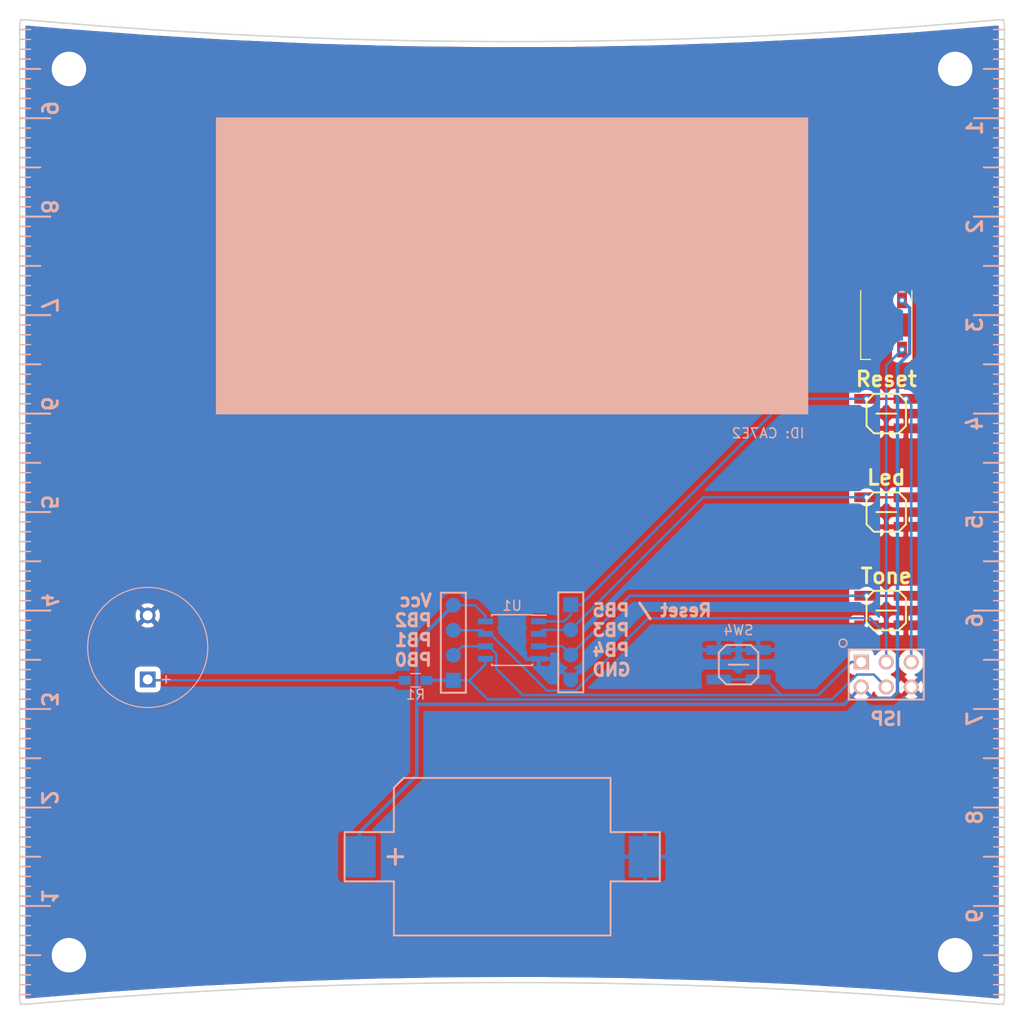
<source format=kicad_pcb>
(kicad_pcb (version 20171130) (host pcbnew 5.0.0)
  (layers (0 F.Cu signal) (31 B.Cu signal) (34 B.Paste user) (35 F.Paste user) (36 B.SilkS user) (37 F.SilkS user) (38 B.Mask user) (39 F.Mask user) (44 Edge.Cuts user))
  (net 0 "")
  (net 1 +BATT)
  (net 2 GND)
  (net 3 "Net-(BZ1-Pad1)")
  (net 4 "Net-(D1-Pad2)")
  (net 5 "Net-(D1-Pad4)")
  (net 6 "Net-(J1-Pad1)")
  (net 7 "Net-(J1-Pad4)")
  (net 8 "Net-(J1-Pad5)")
  (net 9 "Net-(J2-Pad2)")
  (net 10 "Net-(J2-Pad3)")
  (module logos:ruler_1cm (layer B.Cu) (at 190 90 180)
    (fp_text reference REF** hide)
    (fp_text value ruler_1cm hide)
    (fp_line (start 0.1 10) (end 3.1 10) (layer B.SilkS) (width 0.2))
    (fp_line (start 0.1 9) (end 1.1 9) (layer B.SilkS) (width 0.15))
    (fp_line (start 0.1 8) (end 1.1 8) (layer B.SilkS) (width 0.15))
    (fp_line (start 0.1 7) (end 1.1 7) (layer B.SilkS) (width 0.15))
    (fp_line (start 0.1 6) (end 1.1 6) (layer B.SilkS) (width 0.15))
    (fp_line (start 0.1 5) (end 2.1 5) (layer B.SilkS) (width 0.2))
    (fp_line (start 0.1 4) (end 1.1 4) (layer B.SilkS) (width 0.15))
    (fp_line (start 0.1 3) (end 1.1 3) (layer B.SilkS) (width 0.15))
    (fp_line (start 0.1 2) (end 1.1 2) (layer B.SilkS) (width 0.15))
    (fp_line (start 0.1 1) (end 1.1 1) (layer B.SilkS) (width 0.15))
    (fp_line (start 0.1 0) (end 3.1 0) (layer B.SilkS) (width 0.2))
  )
  (module logos:ruler_1cm (layer B.Cu) (at 190 70 180)
    (fp_text reference REF** hide)
    (fp_text value ruler_1cm hide)
    (fp_line (start 0.1 0) (end 3.1 0) (layer B.SilkS) (width 0.2))
    (fp_line (start 0.1 1) (end 1.1 1) (layer B.SilkS) (width 0.15))
    (fp_line (start 0.1 2) (end 1.1 2) (layer B.SilkS) (width 0.15))
    (fp_line (start 0.1 3) (end 1.1 3) (layer B.SilkS) (width 0.15))
    (fp_line (start 0.1 4) (end 1.1 4) (layer B.SilkS) (width 0.15))
    (fp_line (start 0.1 5) (end 2.1 5) (layer B.SilkS) (width 0.2))
    (fp_line (start 0.1 6) (end 1.1 6) (layer B.SilkS) (width 0.15))
    (fp_line (start 0.1 7) (end 1.1 7) (layer B.SilkS) (width 0.15))
    (fp_line (start 0.1 8) (end 1.1 8) (layer B.SilkS) (width 0.15))
    (fp_line (start 0.1 9) (end 1.1 9) (layer B.SilkS) (width 0.15))
    (fp_line (start 0.1 10) (end 3.1 10) (layer B.SilkS) (width 0.2))
  )
  (module logos:ruler_1cm (layer B.Cu) (at 190 80 180)
    (fp_text reference REF** hide)
    (fp_text value ruler_1cm hide)
    (fp_line (start 0.1 10) (end 3.1 10) (layer B.SilkS) (width 0.2))
    (fp_line (start 0.1 9) (end 1.1 9) (layer B.SilkS) (width 0.15))
    (fp_line (start 0.1 8) (end 1.1 8) (layer B.SilkS) (width 0.15))
    (fp_line (start 0.1 7) (end 1.1 7) (layer B.SilkS) (width 0.15))
    (fp_line (start 0.1 6) (end 1.1 6) (layer B.SilkS) (width 0.15))
    (fp_line (start 0.1 5) (end 2.1 5) (layer B.SilkS) (width 0.2))
    (fp_line (start 0.1 4) (end 1.1 4) (layer B.SilkS) (width 0.15))
    (fp_line (start 0.1 3) (end 1.1 3) (layer B.SilkS) (width 0.15))
    (fp_line (start 0.1 2) (end 1.1 2) (layer B.SilkS) (width 0.15))
    (fp_line (start 0.1 1) (end 1.1 1) (layer B.SilkS) (width 0.15))
    (fp_line (start 0.1 0) (end 3.1 0) (layer B.SilkS) (width 0.2))
  )
  (module logos:ruler_1cm (layer B.Cu) (at 190 100 180)
    (fp_text reference REF** hide)
    (fp_text value ruler_1cm hide)
    (fp_line (start 0.1 0) (end 3.1 0) (layer B.SilkS) (width 0.2))
    (fp_line (start 0.1 1) (end 1.1 1) (layer B.SilkS) (width 0.15))
    (fp_line (start 0.1 2) (end 1.1 2) (layer B.SilkS) (width 0.15))
    (fp_line (start 0.1 3) (end 1.1 3) (layer B.SilkS) (width 0.15))
    (fp_line (start 0.1 4) (end 1.1 4) (layer B.SilkS) (width 0.15))
    (fp_line (start 0.1 5) (end 2.1 5) (layer B.SilkS) (width 0.2))
    (fp_line (start 0.1 6) (end 1.1 6) (layer B.SilkS) (width 0.15))
    (fp_line (start 0.1 7) (end 1.1 7) (layer B.SilkS) (width 0.15))
    (fp_line (start 0.1 8) (end 1.1 8) (layer B.SilkS) (width 0.15))
    (fp_line (start 0.1 9) (end 1.1 9) (layer B.SilkS) (width 0.15))
    (fp_line (start 0.1 10) (end 3.1 10) (layer B.SilkS) (width 0.2))
  )
  (module logos:ruler_1cm (layer B.Cu) (at 190 140 180)
    (fp_text reference REF** hide)
    (fp_text value ruler_1cm hide)
    (fp_line (start 0.1 10) (end 3.1 10) (layer B.SilkS) (width 0.2))
    (fp_line (start 0.1 9) (end 1.1 9) (layer B.SilkS) (width 0.15))
    (fp_line (start 0.1 8) (end 1.1 8) (layer B.SilkS) (width 0.15))
    (fp_line (start 0.1 7) (end 1.1 7) (layer B.SilkS) (width 0.15))
    (fp_line (start 0.1 6) (end 1.1 6) (layer B.SilkS) (width 0.15))
    (fp_line (start 0.1 5) (end 2.1 5) (layer B.SilkS) (width 0.2))
    (fp_line (start 0.1 4) (end 1.1 4) (layer B.SilkS) (width 0.15))
    (fp_line (start 0.1 3) (end 1.1 3) (layer B.SilkS) (width 0.15))
    (fp_line (start 0.1 2) (end 1.1 2) (layer B.SilkS) (width 0.15))
    (fp_line (start 0.1 1) (end 1.1 1) (layer B.SilkS) (width 0.15))
    (fp_line (start 0.1 0) (end 3.1 0) (layer B.SilkS) (width 0.2))
  )
  (module logos:ruler_1cm (layer B.Cu) (at 190 110 180)
    (fp_text reference REF** hide)
    (fp_text value ruler_1cm hide)
    (fp_line (start 0.1 10) (end 3.1 10) (layer B.SilkS) (width 0.2))
    (fp_line (start 0.1 9) (end 1.1 9) (layer B.SilkS) (width 0.15))
    (fp_line (start 0.1 8) (end 1.1 8) (layer B.SilkS) (width 0.15))
    (fp_line (start 0.1 7) (end 1.1 7) (layer B.SilkS) (width 0.15))
    (fp_line (start 0.1 6) (end 1.1 6) (layer B.SilkS) (width 0.15))
    (fp_line (start 0.1 5) (end 2.1 5) (layer B.SilkS) (width 0.2))
    (fp_line (start 0.1 4) (end 1.1 4) (layer B.SilkS) (width 0.15))
    (fp_line (start 0.1 3) (end 1.1 3) (layer B.SilkS) (width 0.15))
    (fp_line (start 0.1 2) (end 1.1 2) (layer B.SilkS) (width 0.15))
    (fp_line (start 0.1 1) (end 1.1 1) (layer B.SilkS) (width 0.15))
    (fp_line (start 0.1 0) (end 3.1 0) (layer B.SilkS) (width 0.2))
  )
  (module logos:ruler_1cm (layer B.Cu) (at 190 130 180)
    (fp_text reference REF** hide)
    (fp_text value ruler_1cm hide)
    (fp_line (start 0.1 0) (end 3.1 0) (layer B.SilkS) (width 0.2))
    (fp_line (start 0.1 1) (end 1.1 1) (layer B.SilkS) (width 0.15))
    (fp_line (start 0.1 2) (end 1.1 2) (layer B.SilkS) (width 0.15))
    (fp_line (start 0.1 3) (end 1.1 3) (layer B.SilkS) (width 0.15))
    (fp_line (start 0.1 4) (end 1.1 4) (layer B.SilkS) (width 0.15))
    (fp_line (start 0.1 5) (end 2.1 5) (layer B.SilkS) (width 0.2))
    (fp_line (start 0.1 6) (end 1.1 6) (layer B.SilkS) (width 0.15))
    (fp_line (start 0.1 7) (end 1.1 7) (layer B.SilkS) (width 0.15))
    (fp_line (start 0.1 8) (end 1.1 8) (layer B.SilkS) (width 0.15))
    (fp_line (start 0.1 9) (end 1.1 9) (layer B.SilkS) (width 0.15))
    (fp_line (start 0.1 10) (end 3.1 10) (layer B.SilkS) (width 0.2))
  )
  (module logos:ruler_1cm (layer B.Cu) (at 190 120 180)
    (fp_text reference REF** hide)
    (fp_text value ruler_1cm hide)
    (fp_line (start 0.1 0) (end 3.1 0) (layer B.SilkS) (width 0.2))
    (fp_line (start 0.1 1) (end 1.1 1) (layer B.SilkS) (width 0.15))
    (fp_line (start 0.1 2) (end 1.1 2) (layer B.SilkS) (width 0.15))
    (fp_line (start 0.1 3) (end 1.1 3) (layer B.SilkS) (width 0.15))
    (fp_line (start 0.1 4) (end 1.1 4) (layer B.SilkS) (width 0.15))
    (fp_line (start 0.1 5) (end 2.1 5) (layer B.SilkS) (width 0.2))
    (fp_line (start 0.1 6) (end 1.1 6) (layer B.SilkS) (width 0.15))
    (fp_line (start 0.1 7) (end 1.1 7) (layer B.SilkS) (width 0.15))
    (fp_line (start 0.1 8) (end 1.1 8) (layer B.SilkS) (width 0.15))
    (fp_line (start 0.1 9) (end 1.1 9) (layer B.SilkS) (width 0.15))
    (fp_line (start 0.1 10) (end 3.1 10) (layer B.SilkS) (width 0.2))
  )
  (module logos:ruler_1cm_B (layer B.Cu) (at 190 150 180)
    (fp_text reference REF** hide)
    (fp_text value ruler_1cm_B hide)
    (fp_line (start 0.1 0) (end 0.1 0) (layer B.SilkS) (width 0.2))
    (fp_line (start 0.1 10) (end 0.1 10) (layer B.SilkS) (width 0.2))
    (fp_line (start 0.1 9) (end 1.1 9) (layer B.SilkS) (width 0.15))
    (fp_line (start 0.1 8) (end 1.1 8) (layer B.SilkS) (width 0.15))
    (fp_line (start 0.1 7) (end 1.1 7) (layer B.SilkS) (width 0.15))
    (fp_line (start 0.1 6) (end 1.1 6) (layer B.SilkS) (width 0.15))
    (fp_line (start 0.1 5) (end 2.1 5) (layer B.SilkS) (width 0.2))
    (fp_line (start 0.1 4) (end 1.1 4) (layer B.SilkS) (width 0.15))
    (fp_line (start 0.1 3) (end 1.1 3) (layer B.SilkS) (width 0.15))
    (fp_line (start 0.1 2) (end 1.1 2) (layer B.SilkS) (width 0.15))
    (fp_line (start 0.1 1) (end 1.1 1) (layer B.SilkS) (width 0.15))
  )
  (module logos:ruler_1cm_B (layer B.Cu) (at 190 60 180)
    (fp_text reference REF** hide)
    (fp_text value ruler_1cm_B hide)
    (fp_line (start 0.1 1) (end 1.1 1) (layer B.SilkS) (width 0.15))
    (fp_line (start 0.1 2) (end 1.1 2) (layer B.SilkS) (width 0.15))
    (fp_line (start 0.1 3) (end 1.1 3) (layer B.SilkS) (width 0.15))
    (fp_line (start 0.1 4) (end 1.1 4) (layer B.SilkS) (width 0.15))
    (fp_line (start 0.1 5) (end 2.1 5) (layer B.SilkS) (width 0.2))
    (fp_line (start 0.1 6) (end 1.1 6) (layer B.SilkS) (width 0.15))
    (fp_line (start 0.1 7) (end 1.1 7) (layer B.SilkS) (width 0.15))
    (fp_line (start 0.1 8) (end 1.1 8) (layer B.SilkS) (width 0.15))
    (fp_line (start 0.1 9) (end 1.1 9) (layer B.SilkS) (width 0.15))
    (fp_line (start 0.1 10) (end 0.1 10) (layer B.SilkS) (width 0.2))
    (fp_line (start 0.1 0) (end 0.1 0) (layer B.SilkS) (width 0.2))
  )
  (module logos:ruler_1cm_B (layer B.Cu) (at 90 50)
    (fp_text reference REF** hide)
    (fp_text value ruler_1cm_B hide)
    (fp_line (start 0.1 1) (end 1.1 1) (layer B.SilkS) (width 0.15))
    (fp_line (start 0.1 2) (end 1.1 2) (layer B.SilkS) (width 0.15))
    (fp_line (start 0.1 3) (end 1.1 3) (layer B.SilkS) (width 0.15))
    (fp_line (start 0.1 4) (end 1.1 4) (layer B.SilkS) (width 0.15))
    (fp_line (start 0.1 5) (end 2.1 5) (layer B.SilkS) (width 0.2))
    (fp_line (start 0.1 6) (end 1.1 6) (layer B.SilkS) (width 0.15))
    (fp_line (start 0.1 7) (end 1.1 7) (layer B.SilkS) (width 0.15))
    (fp_line (start 0.1 8) (end 1.1 8) (layer B.SilkS) (width 0.15))
    (fp_line (start 0.1 9) (end 1.1 9) (layer B.SilkS) (width 0.15))
    (fp_line (start 0.1 10) (end 0.1 10) (layer B.SilkS) (width 0.2))
    (fp_line (start 0.1 0) (end 0.1 0) (layer B.SilkS) (width 0.2))
  )
  (module logos:ruler_1cm (layer B.Cu) (at 90 70)
    (fp_text reference REF** hide)
    (fp_text value ruler_1cm hide)
    (fp_line (start 0.1 10) (end 3.1 10) (layer B.SilkS) (width 0.2))
    (fp_line (start 0.1 9) (end 1.1 9) (layer B.SilkS) (width 0.15))
    (fp_line (start 0.1 8) (end 1.1 8) (layer B.SilkS) (width 0.15))
    (fp_line (start 0.1 7) (end 1.1 7) (layer B.SilkS) (width 0.15))
    (fp_line (start 0.1 6) (end 1.1 6) (layer B.SilkS) (width 0.15))
    (fp_line (start 0.1 5) (end 2.1 5) (layer B.SilkS) (width 0.2))
    (fp_line (start 0.1 4) (end 1.1 4) (layer B.SilkS) (width 0.15))
    (fp_line (start 0.1 3) (end 1.1 3) (layer B.SilkS) (width 0.15))
    (fp_line (start 0.1 2) (end 1.1 2) (layer B.SilkS) (width 0.15))
    (fp_line (start 0.1 1) (end 1.1 1) (layer B.SilkS) (width 0.15))
    (fp_line (start 0.1 0) (end 3.1 0) (layer B.SilkS) (width 0.2))
  )
  (module logos:ruler_1cm (layer B.Cu) (at 90 90)
    (fp_text reference REF** hide)
    (fp_text value ruler_1cm hide)
    (fp_line (start 0.1 0) (end 3.1 0) (layer B.SilkS) (width 0.2))
    (fp_line (start 0.1 1) (end 1.1 1) (layer B.SilkS) (width 0.15))
    (fp_line (start 0.1 2) (end 1.1 2) (layer B.SilkS) (width 0.15))
    (fp_line (start 0.1 3) (end 1.1 3) (layer B.SilkS) (width 0.15))
    (fp_line (start 0.1 4) (end 1.1 4) (layer B.SilkS) (width 0.15))
    (fp_line (start 0.1 5) (end 2.1 5) (layer B.SilkS) (width 0.2))
    (fp_line (start 0.1 6) (end 1.1 6) (layer B.SilkS) (width 0.15))
    (fp_line (start 0.1 7) (end 1.1 7) (layer B.SilkS) (width 0.15))
    (fp_line (start 0.1 8) (end 1.1 8) (layer B.SilkS) (width 0.15))
    (fp_line (start 0.1 9) (end 1.1 9) (layer B.SilkS) (width 0.15))
    (fp_line (start 0.1 10) (end 3.1 10) (layer B.SilkS) (width 0.2))
  )
  (module logos:ruler_1cm (layer B.Cu) (at 90 80)
    (fp_text reference REF** hide)
    (fp_text value ruler_1cm hide)
    (fp_line (start 0.1 10) (end 3.1 10) (layer B.SilkS) (width 0.2))
    (fp_line (start 0.1 9) (end 1.1 9) (layer B.SilkS) (width 0.15))
    (fp_line (start 0.1 8) (end 1.1 8) (layer B.SilkS) (width 0.15))
    (fp_line (start 0.1 7) (end 1.1 7) (layer B.SilkS) (width 0.15))
    (fp_line (start 0.1 6) (end 1.1 6) (layer B.SilkS) (width 0.15))
    (fp_line (start 0.1 5) (end 2.1 5) (layer B.SilkS) (width 0.2))
    (fp_line (start 0.1 4) (end 1.1 4) (layer B.SilkS) (width 0.15))
    (fp_line (start 0.1 3) (end 1.1 3) (layer B.SilkS) (width 0.15))
    (fp_line (start 0.1 2) (end 1.1 2) (layer B.SilkS) (width 0.15))
    (fp_line (start 0.1 1) (end 1.1 1) (layer B.SilkS) (width 0.15))
    (fp_line (start 0.1 0) (end 3.1 0) (layer B.SilkS) (width 0.2))
  )
  (module logos:ruler_1cm (layer B.Cu) (at 90 60)
    (fp_text reference REF** hide)
    (fp_text value ruler_1cm hide)
    (fp_line (start 0.1 0) (end 3.1 0) (layer B.SilkS) (width 0.2))
    (fp_line (start 0.1 1) (end 1.1 1) (layer B.SilkS) (width 0.15))
    (fp_line (start 0.1 2) (end 1.1 2) (layer B.SilkS) (width 0.15))
    (fp_line (start 0.1 3) (end 1.1 3) (layer B.SilkS) (width 0.15))
    (fp_line (start 0.1 4) (end 1.1 4) (layer B.SilkS) (width 0.15))
    (fp_line (start 0.1 5) (end 2.1 5) (layer B.SilkS) (width 0.2))
    (fp_line (start 0.1 6) (end 1.1 6) (layer B.SilkS) (width 0.15))
    (fp_line (start 0.1 7) (end 1.1 7) (layer B.SilkS) (width 0.15))
    (fp_line (start 0.1 8) (end 1.1 8) (layer B.SilkS) (width 0.15))
    (fp_line (start 0.1 9) (end 1.1 9) (layer B.SilkS) (width 0.15))
    (fp_line (start 0.1 10) (end 3.1 10) (layer B.SilkS) (width 0.2))
  )
  (module logos:ruler_1cm (layer B.Cu) (at 90 110)
    (fp_text reference REF** hide)
    (fp_text value ruler_1cm hide)
    (fp_line (start 0.1 0) (end 3.1 0) (layer B.SilkS) (width 0.2))
    (fp_line (start 0.1 1) (end 1.1 1) (layer B.SilkS) (width 0.15))
    (fp_line (start 0.1 2) (end 1.1 2) (layer B.SilkS) (width 0.15))
    (fp_line (start 0.1 3) (end 1.1 3) (layer B.SilkS) (width 0.15))
    (fp_line (start 0.1 4) (end 1.1 4) (layer B.SilkS) (width 0.15))
    (fp_line (start 0.1 5) (end 2.1 5) (layer B.SilkS) (width 0.2))
    (fp_line (start 0.1 6) (end 1.1 6) (layer B.SilkS) (width 0.15))
    (fp_line (start 0.1 7) (end 1.1 7) (layer B.SilkS) (width 0.15))
    (fp_line (start 0.1 8) (end 1.1 8) (layer B.SilkS) (width 0.15))
    (fp_line (start 0.1 9) (end 1.1 9) (layer B.SilkS) (width 0.15))
    (fp_line (start 0.1 10) (end 3.1 10) (layer B.SilkS) (width 0.2))
  )
  (module logos:ruler_1cm (layer B.Cu) (at 90 100)
    (fp_text reference REF** hide)
    (fp_text value ruler_1cm hide)
    (fp_line (start 0.1 10) (end 3.1 10) (layer B.SilkS) (width 0.2))
    (fp_line (start 0.1 9) (end 1.1 9) (layer B.SilkS) (width 0.15))
    (fp_line (start 0.1 8) (end 1.1 8) (layer B.SilkS) (width 0.15))
    (fp_line (start 0.1 7) (end 1.1 7) (layer B.SilkS) (width 0.15))
    (fp_line (start 0.1 6) (end 1.1 6) (layer B.SilkS) (width 0.15))
    (fp_line (start 0.1 5) (end 2.1 5) (layer B.SilkS) (width 0.2))
    (fp_line (start 0.1 4) (end 1.1 4) (layer B.SilkS) (width 0.15))
    (fp_line (start 0.1 3) (end 1.1 3) (layer B.SilkS) (width 0.15))
    (fp_line (start 0.1 2) (end 1.1 2) (layer B.SilkS) (width 0.15))
    (fp_line (start 0.1 1) (end 1.1 1) (layer B.SilkS) (width 0.15))
    (fp_line (start 0.1 0) (end 3.1 0) (layer B.SilkS) (width 0.2))
  )
  (module logos:ruler_1cm (layer B.Cu) (at 90 120)
    (fp_text reference REF** hide)
    (fp_text value ruler_1cm hide)
    (fp_line (start 0.1 0) (end 3.1 0) (layer B.SilkS) (width 0.2))
    (fp_line (start 0.1 1) (end 1.1 1) (layer B.SilkS) (width 0.15))
    (fp_line (start 0.1 2) (end 1.1 2) (layer B.SilkS) (width 0.15))
    (fp_line (start 0.1 3) (end 1.1 3) (layer B.SilkS) (width 0.15))
    (fp_line (start 0.1 4) (end 1.1 4) (layer B.SilkS) (width 0.15))
    (fp_line (start 0.1 5) (end 2.1 5) (layer B.SilkS) (width 0.2))
    (fp_line (start 0.1 6) (end 1.1 6) (layer B.SilkS) (width 0.15))
    (fp_line (start 0.1 7) (end 1.1 7) (layer B.SilkS) (width 0.15))
    (fp_line (start 0.1 8) (end 1.1 8) (layer B.SilkS) (width 0.15))
    (fp_line (start 0.1 9) (end 1.1 9) (layer B.SilkS) (width 0.15))
    (fp_line (start 0.1 10) (end 3.1 10) (layer B.SilkS) (width 0.2))
  )
  (module logos:ruler_1cm_B (layer B.Cu) (at 90 140)
    (fp_text reference REF** hide)
    (fp_text value ruler_1cm_B hide)
    (fp_line (start 0.1 0) (end 0.1 0) (layer B.SilkS) (width 0.2))
    (fp_line (start 0.1 10) (end 0.1 10) (layer B.SilkS) (width 0.2))
    (fp_line (start 0.1 9) (end 1.1 9) (layer B.SilkS) (width 0.15))
    (fp_line (start 0.1 8) (end 1.1 8) (layer B.SilkS) (width 0.15))
    (fp_line (start 0.1 7) (end 1.1 7) (layer B.SilkS) (width 0.15))
    (fp_line (start 0.1 6) (end 1.1 6) (layer B.SilkS) (width 0.15))
    (fp_line (start 0.1 5) (end 2.1 5) (layer B.SilkS) (width 0.2))
    (fp_line (start 0.1 4) (end 1.1 4) (layer B.SilkS) (width 0.15))
    (fp_line (start 0.1 3) (end 1.1 3) (layer B.SilkS) (width 0.15))
    (fp_line (start 0.1 2) (end 1.1 2) (layer B.SilkS) (width 0.15))
    (fp_line (start 0.1 1) (end 1.1 1) (layer B.SilkS) (width 0.15))
  )
  (module logos:ruler_1cm (layer B.Cu) (at 90 130)
    (fp_text reference REF** hide)
    (fp_text value ruler_1cm hide)
    (fp_line (start 0.1 10) (end 3.1 10) (layer B.SilkS) (width 0.2))
    (fp_line (start 0.1 9) (end 1.1 9) (layer B.SilkS) (width 0.15))
    (fp_line (start 0.1 8) (end 1.1 8) (layer B.SilkS) (width 0.15))
    (fp_line (start 0.1 7) (end 1.1 7) (layer B.SilkS) (width 0.15))
    (fp_line (start 0.1 6) (end 1.1 6) (layer B.SilkS) (width 0.15))
    (fp_line (start 0.1 5) (end 2.1 5) (layer B.SilkS) (width 0.2))
    (fp_line (start 0.1 4) (end 1.1 4) (layer B.SilkS) (width 0.15))
    (fp_line (start 0.1 3) (end 1.1 3) (layer B.SilkS) (width 0.15))
    (fp_line (start 0.1 2) (end 1.1 2) (layer B.SilkS) (width 0.15))
    (fp_line (start 0.1 1) (end 1.1 1) (layer B.SilkS) (width 0.15))
    (fp_line (start 0.1 0) (end 3.1 0) (layer B.SilkS) (width 0.2))
  )
  (module footprint:Batt_cr2032_SMD (layer B.Cu) (at 155 135 270)
    (fp_text reference Batt1 hide)
    (fp_text value Batt_cr2032)
    (fp_line (start -8 26) (end -8 5) (layer B.SilkS) (width 0.2))
    (fp_line (start 8 5) (end 2.5 5) (layer B.SilkS) (width 0.2))
    (fp_line (start -2.5 5) (end -2.5 0) (layer B.SilkS) (width 0.2))
    (fp_line (start -2.5 0) (end 2.5 0) (layer B.SilkS) (width 0.2))
    (fp_line (start 2.5 0) (end 2.5 5) (layer B.SilkS) (width 0.2))
    (fp_line (start -2.5 5) (end -8 5) (layer B.SilkS) (width 0.2))
    (fp_line (start 8 27) (end 8 5) (layer B.SilkS) (width 0.2))
    (fp_line (start 2.5 32) (end -2.5 32) (layer B.SilkS) (width 0.2))
    (fp_line (start -7 27) (end -2.5 27) (layer B.SilkS) (width 0.2))
    (fp_line (start 2.5 27) (end 8 27) (layer B.SilkS) (width 0.2))
    (fp_line (start 2.5 27) (end 2.5 32) (layer B.SilkS) (width 0.2))
    (fp_line (start -2.5 32) (end -2.5 27) (layer B.SilkS) (width 0.2))
    (fp_line (start -8 26) (end -7 27) (layer B.SilkS) (width 0.2))
    (fp_text user + (at 0 27 270) (layer B.SilkS) (effects (font (size 2 2) (thickness 0.3)) (justify mirror)))
    (pad 1 smd rect (at 0 30.5 180) (size 3.3 4.2) (layers B.Cu B.Paste B.Mask) (net 1 +BATT))
    (pad 2 smd rect (at 0 1.5 180) (size 3.3 4.2) (layers B.Cu B.Paste B.Mask) (net 2 GND))
  )
  (module Buzzers_Beepers:MagneticBuzzer_ProSignal_ABT-410-RC (layer B.Cu) (at 103 117 90)
    (fp_text reference BZ1 hide)
    (fp_text value Buzzer)
    (fp_text user + (at 0 1.8 90) (layer B.SilkS) (effects (justify mirror)))
    (fp_circle (center 3.25 0) (end 9.35 0) (layer B.SilkS) (width 0.12))
    (pad 2 thru_hole circle (at 6.5 0 90) (size 1.6 1.6) (drill 1) (layers *.Cu *.Mask) (net 2 GND))
    (pad 1 thru_hole rect (at 0 0 90) (size 1.6 1.6) (drill 1) (layers *.Cu *.Mask) (net 3 "Net-(BZ1-Pad1)"))
  )
  (module LEDs:LED_WS2812B-PLCC4 (layer F.Cu) (at 178 81 270)
    (fp_text reference D1 hide)
    (fp_text value WS2812B)
    (fp_line (start 3.5 2.6) (end 3.5 1.6) (layer F.SilkS) (width 0.12))
    (fp_line (start -3.5 2.6) (end 3.5 2.6) (layer F.SilkS) (width 0.12))
    (fp_line (start -3.5 -2.6) (end 3.5 -2.6) (layer F.SilkS) (width 0.12))
    (pad 1 smd rect (at -2.5 -1.6 270) (size 1.6 1) (layers F.Cu F.Paste F.Mask) (net 1 +BATT))
    (pad 2 smd rect (at -2.5 1.6 270) (size 1.6 1) (layers F.Cu F.Paste F.Mask) (net 4 "Net-(D1-Pad2)"))
    (pad 4 smd rect (at 2.5 -1.6 270) (size 1.6 1) (layers F.Cu F.Paste F.Mask) (net 5 "Net-(D1-Pad4)"))
    (pad 3 smd rect (at 2.5 1.6 270) (size 1.6 1) (layers F.Cu F.Paste F.Mask) (net 2 GND))
  )
  (module footprints_internet:AVR-ISP-6-TH (layer B.Cu) (at 178 116.5)
    (fp_text reference J1 hide)
    (fp_text value AVR-ISP-6 hide)
    (fp_circle (center -4.39 -3.19) (end -4.11 -3.48) (layer B.SilkS) (width 0.15))
    (fp_line (start 3.81 -2.54) (end -3.81 -2.54) (layer B.SilkS) (width 0.2032))
    (fp_line (start -3.81 2.54) (end 3.81 2.54) (layer B.SilkS) (width 0.2032))
    (fp_line (start 3.81 2.54) (end 3.81 -2.54) (layer B.SilkS) (width 0.2032))
    (fp_line (start -3.81 -2.54) (end -3.81 2.54) (layer B.SilkS) (width 0.2032))
    (pad 1 thru_hole rect (at -2.54 -1.27) (size 1.524 1.524) (drill 1.016) (layers *.Cu *.Mask B.SilkS) (net 6 "Net-(J1-Pad1)"))
    (pad 2 thru_hole circle (at -2.54 1.27) (size 1.524 1.524) (drill 1.016) (layers *.Cu *.Mask B.SilkS) (net 1 +BATT))
    (pad 3 thru_hole circle (at 0 -1.27) (size 1.524 1.524) (drill 1.016) (layers *.Cu *.Mask B.SilkS) (net 5 "Net-(D1-Pad4)"))
    (pad 4 thru_hole circle (at 0 1.27) (size 1.524 1.524) (drill 1.016) (layers *.Cu *.Mask B.SilkS) (net 7 "Net-(J1-Pad4)"))
    (pad 5 thru_hole circle (at 2.54 -1.27) (size 1.524 1.524) (drill 1.016) (layers *.Cu *.Mask B.SilkS) (net 8 "Net-(J1-Pad5)"))
    (pad 6 thru_hole circle (at 2.54 1.27) (size 1.524 1.524) (drill 1.016) (layers *.Cu *.Mask B.SilkS) (net 2 GND))
  )
  (module Resistors_SMD:R_0603_HandSoldering (layer B.Cu) (at 130.2 117.08)
    (fp_text reference R1 (at 0 1.45) (layer B.SilkS) (effects (justify mirror)))
    (fp_text value R)
    (fp_line (start -0.5 0.68) (end 0.5 0.68) (layer B.SilkS) (width 0.12))
    (fp_line (start 0.5 -0.68) (end -0.5 -0.68) (layer B.SilkS) (width 0.12))
    (pad 2 smd rect (at 1.1 0) (size 1.2 0.9) (layers B.Cu B.Paste B.Mask) (net 7 "Net-(J1-Pad4)"))
    (pad 1 smd rect (at -1.1 0) (size 1.2 0.9) (layers B.Cu B.Paste B.Mask) (net 3 "Net-(BZ1-Pad1)"))
  )
  (module footprint:SW_ali_4x4x0.8 (layer F.Cu) (at 178 90)
    (fp_text reference SW1 hide)
    (fp_text value SW_Push)
    (fp_line (start 2 1.25) (end 2 -1.25) (layer F.SilkS) (width 0.2))
    (fp_line (start 1.25 -2) (end -1.25 -2) (layer F.SilkS) (width 0.2))
    (fp_line (start -2 -1.25) (end -2 1.25) (layer F.SilkS) (width 0.2))
    (fp_line (start -1.25 2) (end 1.25 2) (layer F.SilkS) (width 0.2))
    (fp_line (start -1.25 2) (end -2 1.25) (layer F.SilkS) (width 0.2))
    (fp_line (start 1.25 2) (end 2 1.25) (layer F.SilkS) (width 0.2))
    (fp_line (start 2 -1.25) (end 1.25 -2) (layer F.SilkS) (width 0.2))
    (fp_line (start -2 -1.25) (end -1.25 -2) (layer F.SilkS) (width 0.2))
    (fp_line (start -1 0) (end 1 0) (layer F.SilkS) (width 0.2))
    (pad 1 smd rect (at 2 1.5) (size 2.5 1) (layers F.Cu F.Paste F.Mask) (net 2 GND))
    (pad 1 smd rect (at -2 1.5) (size 2.5 1) (layers F.Cu F.Paste F.Mask) (net 2 GND))
    (pad 2 smd rect (at 2 -1.5) (size 2.5 1) (layers F.Cu F.Paste F.Mask) (net 8 "Net-(J1-Pad5)"))
    (pad 2 smd rect (at -2 -1.5) (size 2.5 1) (layers F.Cu F.Paste F.Mask) (net 8 "Net-(J1-Pad5)"))
  )
  (module footprint:SW_ali_4x4x0.8 (layer F.Cu) (at 178 110)
    (fp_text reference SW2 hide)
    (fp_text value SW_Push)
    (fp_line (start -1 0) (end 1 0) (layer F.SilkS) (width 0.2))
    (fp_line (start -2 -1.25) (end -1.25 -2) (layer F.SilkS) (width 0.2))
    (fp_line (start 2 -1.25) (end 1.25 -2) (layer F.SilkS) (width 0.2))
    (fp_line (start 1.25 2) (end 2 1.25) (layer F.SilkS) (width 0.2))
    (fp_line (start -1.25 2) (end -2 1.25) (layer F.SilkS) (width 0.2))
    (fp_line (start -1.25 2) (end 1.25 2) (layer F.SilkS) (width 0.2))
    (fp_line (start -2 -1.25) (end -2 1.25) (layer F.SilkS) (width 0.2))
    (fp_line (start 1.25 -2) (end -1.25 -2) (layer F.SilkS) (width 0.2))
    (fp_line (start 2 1.25) (end 2 -1.25) (layer F.SilkS) (width 0.2))
    (pad 2 smd rect (at -2 -1.5) (size 2.5 1) (layers F.Cu F.Paste F.Mask) (net 10 "Net-(J2-Pad3)"))
    (pad 2 smd rect (at 2 -1.5) (size 2.5 1) (layers F.Cu F.Paste F.Mask) (net 10 "Net-(J2-Pad3)"))
    (pad 1 smd rect (at -2 1.5) (size 2.5 1) (layers F.Cu F.Paste F.Mask) (net 2 GND))
    (pad 1 smd rect (at 2 1.5) (size 2.5 1) (layers F.Cu F.Paste F.Mask) (net 2 GND))
  )
  (module footprint:SW_ali_4x4x0.8 (layer F.Cu) (at 178 100)
    (fp_text reference SW3 hide)
    (fp_text value SW_Push)
    (fp_line (start 2 1.25) (end 2 -1.25) (layer F.SilkS) (width 0.2))
    (fp_line (start 1.25 -2) (end -1.25 -2) (layer F.SilkS) (width 0.2))
    (fp_line (start -2 -1.25) (end -2 1.25) (layer F.SilkS) (width 0.2))
    (fp_line (start -1.25 2) (end 1.25 2) (layer F.SilkS) (width 0.2))
    (fp_line (start -1.25 2) (end -2 1.25) (layer F.SilkS) (width 0.2))
    (fp_line (start 1.25 2) (end 2 1.25) (layer F.SilkS) (width 0.2))
    (fp_line (start 2 -1.25) (end 1.25 -2) (layer F.SilkS) (width 0.2))
    (fp_line (start -2 -1.25) (end -1.25 -2) (layer F.SilkS) (width 0.2))
    (fp_line (start -1 0) (end 1 0) (layer F.SilkS) (width 0.2))
    (pad 1 smd rect (at 2 1.5) (size 2.5 1) (layers F.Cu F.Paste F.Mask) (net 2 GND))
    (pad 1 smd rect (at -2 1.5) (size 2.5 1) (layers F.Cu F.Paste F.Mask) (net 2 GND))
    (pad 2 smd rect (at 2 -1.5) (size 2.5 1) (layers F.Cu F.Paste F.Mask) (net 9 "Net-(J2-Pad2)"))
    (pad 2 smd rect (at -2 -1.5) (size 2.5 1) (layers F.Cu F.Paste F.Mask) (net 9 "Net-(J2-Pad2)"))
  )
  (module Housings_SOIC:SOIC-8_3.9x4.9mm_Pitch1.27mm (layer B.Cu) (at 140 113 180)
    (fp_text reference U1 (at 0 3.5 180) (layer B.SilkS) (effects (justify mirror)))
    (fp_text value ATtiny13V-10SSU)
    (fp_line (start -2.075 2.525) (end -3.475 2.525) (layer B.SilkS) (width 0.15))
    (fp_line (start -2.075 -2.575) (end 2.075 -2.575) (layer B.SilkS) (width 0.15))
    (fp_line (start -2.075 2.575) (end 2.075 2.575) (layer B.SilkS) (width 0.15))
    (fp_line (start -2.075 -2.575) (end -2.075 -2.43) (layer B.SilkS) (width 0.15))
    (fp_line (start 2.075 -2.575) (end 2.075 -2.43) (layer B.SilkS) (width 0.15))
    (fp_line (start 2.075 2.575) (end 2.075 2.43) (layer B.SilkS) (width 0.15))
    (fp_line (start -2.075 2.575) (end -2.075 2.525) (layer B.SilkS) (width 0.15))
    (pad 8 smd rect (at 2.7 1.905 180) (size 1.55 0.6) (layers B.Cu B.Paste B.Mask) (net 1 +BATT))
    (pad 7 smd rect (at 2.7 0.635 180) (size 1.55 0.6) (layers B.Cu B.Paste B.Mask) (net 5 "Net-(D1-Pad4)"))
    (pad 6 smd rect (at 2.7 -0.635 180) (size 1.55 0.6) (layers B.Cu B.Paste B.Mask) (net 6 "Net-(J1-Pad1)"))
    (pad 5 smd rect (at 2.7 -1.905 180) (size 1.55 0.6) (layers B.Cu B.Paste B.Mask) (net 7 "Net-(J1-Pad4)"))
    (pad 4 smd rect (at -2.7 -1.905 180) (size 1.55 0.6) (layers B.Cu B.Paste B.Mask) (net 2 GND))
    (pad 3 smd rect (at -2.7 -0.635 180) (size 1.55 0.6) (layers B.Cu B.Paste B.Mask) (net 10 "Net-(J2-Pad3)"))
    (pad 2 smd rect (at -2.7 0.635 180) (size 1.55 0.6) (layers B.Cu B.Paste B.Mask) (net 9 "Net-(J2-Pad2)"))
    (pad 1 smd rect (at -2.7 1.905 180) (size 1.55 0.6) (layers B.Cu B.Paste B.Mask) (net 8 "Net-(J1-Pad5)"))
  )
  (module footprint:4_pin_conn_SMD (layer B.Cu) (at 148.5 114.5 270)
    (fp_text reference J2 hide)
    (fp_text value Conn_01x04_Female hide)
    (fp_line (start -6.35 3.81) (end 3.81 3.81) (layer B.SilkS) (width 0.2))
    (fp_line (start 3.81 3.81) (end 3.81 1.27) (layer B.SilkS) (width 0.2))
    (fp_line (start 3.81 1.27) (end -6.35 1.27) (layer B.SilkS) (width 0.2))
    (fp_line (start -6.35 1.27) (end -6.35 3.81) (layer B.SilkS) (width 0.2))
    (pad 1 smd rect (at -5.08 2.54 270) (size 1.524 1.524) (layers B.Cu B.Paste B.Mask) (net 8 "Net-(J1-Pad5)"))
    (pad 2 smd circle (at -2.54 2.54 270) (size 1.524 1.524) (layers B.Cu B.Paste B.Mask) (net 9 "Net-(J2-Pad2)"))
    (pad 3 smd circle (at 0 2.54 270) (size 1.524 1.524) (layers B.Cu B.Paste B.Mask) (net 10 "Net-(J2-Pad3)"))
    (pad 4 smd circle (at 2.54 2.54 270) (size 1.524 1.524) (layers B.Cu B.Paste B.Mask) (net 2 GND))
  )
  (module footprint:4_pin_conn_SMD (layer B.Cu) (at 131.5 112 90)
    (fp_text reference J3 hide)
    (fp_text value Conn_01x04_Female hide)
    (fp_line (start -6.35 1.27) (end -6.35 3.81) (layer B.SilkS) (width 0.2))
    (fp_line (start 3.81 1.27) (end -6.35 1.27) (layer B.SilkS) (width 0.2))
    (fp_line (start 3.81 3.81) (end 3.81 1.27) (layer B.SilkS) (width 0.2))
    (fp_line (start -6.35 3.81) (end 3.81 3.81) (layer B.SilkS) (width 0.2))
    (pad 4 smd circle (at 2.54 2.54 90) (size 1.524 1.524) (layers B.Cu B.Paste B.Mask) (net 1 +BATT))
    (pad 3 smd circle (at 0 2.54 90) (size 1.524 1.524) (layers B.Cu B.Paste B.Mask) (net 5 "Net-(D1-Pad4)"))
    (pad 2 smd circle (at -2.54 2.54 90) (size 1.524 1.524) (layers B.Cu B.Paste B.Mask) (net 6 "Net-(J1-Pad1)"))
    (pad 1 smd rect (at -5.08 2.54 90) (size 1.524 1.524) (layers B.Cu B.Paste B.Mask) (net 7 "Net-(J1-Pad4)"))
  )
  (module logos:ITI (layer F.Cu) (at 140 87)
    (fp_text reference G*** hide)
    (fp_text value LOGO hide)
  )
  (module footprint:SW_ali_4x4x0.8 (layer B.Cu) (at 163 115.5)
    (fp_text reference SW4 (at 0 -3.5) (layer B.SilkS) (effects (justify mirror)))
    (fp_text value SW_Push)
    (fp_line (start 2 -1.25) (end 2 1.25) (layer B.SilkS) (width 0.2))
    (fp_line (start 1.25 2) (end -1.25 2) (layer B.SilkS) (width 0.2))
    (fp_line (start -2 1.25) (end -2 -1.25) (layer B.SilkS) (width 0.2))
    (fp_line (start -1.25 -2) (end 1.25 -2) (layer B.SilkS) (width 0.2))
    (fp_line (start -1.25 -2) (end -2 -1.25) (layer B.SilkS) (width 0.2))
    (fp_line (start 1.25 -2) (end 2 -1.25) (layer B.SilkS) (width 0.2))
    (fp_line (start 2 1.25) (end 1.25 2) (layer B.SilkS) (width 0.2))
    (fp_line (start -2 1.25) (end -1.25 2) (layer B.SilkS) (width 0.2))
    (fp_line (start -1 0) (end 1 0) (layer B.SilkS) (width 0.2))
    (pad 1 smd rect (at 2 -1.5) (size 2.5 1) (layers B.Cu B.Paste B.Mask) (net 2 GND))
    (pad 1 smd rect (at -2 -1.5) (size 2.5 1) (layers B.Cu B.Paste B.Mask) (net 2 GND))
    (pad 2 smd rect (at 2 1.5) (size 2.5 1) (layers B.Cu B.Paste B.Mask) (net 6 "Net-(J1-Pad1)"))
    (pad 2 smd rect (at -2 1.5) (size 2.5 1) (layers B.Cu B.Paste B.Mask) (net 6 "Net-(J1-Pad1)"))
  )
  (gr_text "ID: CA7E2" (at 166 92) (layer B.SilkS) (effects (font (size 1 1)) (justify mirror)))
  (gr_poly (pts (xy 110 60) (xy 170 60) (xy 170 90) (xy 110 90)) (layer B.SilkS) (width 0.15))
  (gr_arc (start 90.5 149.5) (end 90 149.5) (angle -90) (layer Edge.Cuts) (width 0.15))
  (gr_arc (start 189.5 149.5) (end 189.5 150) (angle -90) (layer Edge.Cuts) (width 0.15))
  (gr_arc (start 189.5 50.5) (end 190 50.5) (angle -90) (layer Edge.Cuts) (width 0.15))
  (gr_arc (start 90.5 50.5) (end 90.5 50) (angle -90) (layer Edge.Cuts) (width 0.15))
  (gr_text "Vcc\nPB2\nPB1\nPB0" (at 132 112) (layer B.SilkS) (effects (font (size 1.25 1.25) (thickness 0.3)) (justify left mirror)))
  (gr_text "Reset / PB5\nPB3\nPB4\nGND" (at 148 113) (layer B.SilkS) (effects (font (size 1.25 1.25) (thickness 0.3)) (justify right mirror)))
  (gr_text ISP (at 178 121) (layer B.SilkS) (effects (font (size 1.3 1.3) (thickness 0.3)) (justify mirror)))
  (gr_text Tone (at 178 106.5) (layer F.SilkS) (effects (font (size 1.5 1.5) (thickness 0.3))))
  (gr_text Led (at 178 96.5) (layer F.SilkS) (effects (font (size 1.5 1.5) (thickness 0.3))))
  (gr_text Reset (at 178 86.5) (layer F.SilkS) (effects (font (size 1.5 1.5) (thickness 0.3))))
  (gr_text 5 (at 187 101 90) (layer B.SilkS) (effects (font (size 1.5 1.5) (thickness 0.3)) (justify mirror)))
  (gr_text 4 (at 187 91 90) (layer B.SilkS) (effects (font (size 1.5 1.5) (thickness 0.3)) (justify mirror)))
  (gr_text 1 (at 187 61 90) (layer B.SilkS) (effects (font (size 1.5 1.5) (thickness 0.3)) (justify mirror)))
  (gr_text 3 (at 187 81 90) (layer B.SilkS) (effects (font (size 1.5 1.5) (thickness 0.3)) (justify mirror)))
  (gr_text 7 (at 187 121 90) (layer B.SilkS) (effects (font (size 1.5 1.5) (thickness 0.3)) (justify mirror)))
  (gr_text 9 (at 187 141 90) (layer B.SilkS) (effects (font (size 1.5 1.5) (thickness 0.3)) (justify mirror)))
  (gr_text 8 (at 187 131 90) (layer B.SilkS) (effects (font (size 1.5 1.5) (thickness 0.3)) (justify mirror)))
  (gr_text 2 (at 187 71 90) (layer B.SilkS) (effects (font (size 1.5 1.5) (thickness 0.3)) (justify mirror)))
  (gr_text 6 (at 187 111 90) (layer B.SilkS) (effects (font (size 1.5 1.5) (thickness 0.3)) (justify mirror)))
  (gr_arc (start 140 700) (end 189.5 150) (angle -10.28552902) (layer Edge.Cuts) (width 0.15))
  (gr_arc (start 139.999999 -499.999999) (end 90.5 50) (angle -10.28552904) (layer Edge.Cuts) (width 0.15))
  (gr_text 9 (at 93 59 270) (layer B.SilkS) (effects (font (size 1.5 1.5) (thickness 0.3)) (justify mirror)))
  (gr_text 8 (at 93 69 270) (layer B.SilkS) (effects (font (size 1.5 1.5) (thickness 0.3)) (justify mirror)))
  (gr_text 7 (at 93 79 270) (layer B.SilkS) (effects (font (size 1.5 1.5) (thickness 0.3)) (justify mirror)))
  (gr_text 6 (at 93 89 270) (layer B.SilkS) (effects (font (size 1.5 1.5) (thickness 0.3)) (justify mirror)))
  (gr_text 5 (at 93 99 270) (layer B.SilkS) (effects (font (size 1.5 1.5) (thickness 0.3)) (justify mirror)))
  (gr_text 4 (at 93 109 270) (layer B.SilkS) (effects (font (size 1.5 1.5) (thickness 0.3)) (justify mirror)))
  (gr_text 3 (at 93 119 270) (layer B.SilkS) (effects (font (size 1.5 1.5) (thickness 0.3)) (justify mirror)))
  (gr_text 2 (at 93 129 270) (layer B.SilkS) (effects (font (size 1.5 1.5) (thickness 0.3)) (justify mirror)))
  (gr_text 1 (at 93 139 270) (layer B.SilkS) (effects (font (size 1.5 1.5) (thickness 0.3)) (justify mirror)))
  (gr_line (start 90 149.5) (end 90 50.5) (layer Edge.Cuts) (width 0.15))
  (gr_line (start 190 149.5) (end 190 50.5) (layer Edge.Cuts) (width 0.15))
  (segment (start 137.3 110.545) (end 137.3 111.095) (width 0.25) (layer B.Cu) (net 1))
  (segment (start 134.04 109.46) (end 136.215 109.46) (width 0.25) (layer B.Cu) (net 1))
  (segment (start 136.215 109.46) (end 137.3 110.545) (width 0.25) (layer B.Cu) (net 1))
  (segment (start 133.278001 110.221999) (end 134.04 109.46) (width 0.35) (layer B.Cu) (net 1))
  (segment (start 130.324999 113.175001) (end 133.278001 110.221999) (width 0.35) (layer B.Cu) (net 1))
  (segment (start 124.5 135) (end 124.5 132.55) (width 0.35) (layer B.Cu) (net 1))
  (segment (start 124.5 132.55) (end 130.324999 126.725001) (width 0.35) (layer B.Cu) (net 1))
  (segment (start 180.375001 79.275001) (end 179.6 78.5) (width 0.35) (layer B.Cu) (net 1))
  (segment (start 176.597001 118.907001) (end 178.545761 118.907001) (width 0.35) (layer B.Cu) (net 1))
  (segment (start 175.46 117.77) (end 176.597001 118.907001) (width 0.35) (layer B.Cu) (net 1))
  (segment (start 179.137001 85.110001) (end 180.375001 83.872001) (width 0.35) (layer B.Cu) (net 1))
  (via (at 179.6 78.5) (size 0.8) (drill 0.4) (layers F.Cu B.Cu) (net 1))
  (segment (start 180.375001 83.872001) (end 180.375001 79.275001) (width 0.35) (layer B.Cu) (net 1))
  (segment (start 178.545761 118.907001) (end 179.137001 118.315761) (width 0.35) (layer B.Cu) (net 1))
  (segment (start 179.137001 118.315761) (end 179.137001 85.110001) (width 0.35) (layer B.Cu) (net 1))
  (segment (start 130.35203 119.527031) (end 130.324999 119.5) (width 0.35) (layer B.Cu) (net 1))
  (segment (start 173.702969 119.527031) (end 130.35203 119.527031) (width 0.35) (layer B.Cu) (net 1))
  (segment (start 175.46 117.77) (end 173.702969 119.527031) (width 0.35) (layer B.Cu) (net 1))
  (segment (start 130.324999 126.725001) (end 130.324999 119.5) (width 0.35) (layer B.Cu) (net 1))
  (segment (start 130.324999 119.5) (end 130.324999 113.175001) (width 0.35) (layer B.Cu) (net 1))
  (via (at 185 145) (size 4) (drill 3.5) (layers F.Cu B.Cu) (net 2))
  (via (at 176 111.5) (size 0.8) (drill 0.4) (layers F.Cu B.Cu) (net 2))
  (segment (start 165 114) (end 173.5 114) (width 0.25) (layer B.Cu) (net 2))
  (segment (start 173.5 114) (end 176 111.5) (width 0.25) (layer B.Cu) (net 2))
  (via (at 95 145) (size 4) (drill 3.5) (layers F.Cu B.Cu) (net 2))
  (via (at 95 55) (size 4) (drill 3.5) (layers F.Cu B.Cu) (net 2))
  (via (at 185 55) (size 4) (drill 3.5) (layers F.Cu B.Cu) (net 2))
  (segment (start 103.08 117.08) (end 103 117) (width 0.25) (layer B.Cu) (net 3))
  (segment (start 129.1 117.08) (end 103.08 117.08) (width 0.25) (layer B.Cu) (net 3))
  (segment (start 136.935 112) (end 137.3 112.365) (width 0.25) (layer B.Cu) (net 5))
  (segment (start 134.04 112) (end 136.935 112) (width 0.25) (layer B.Cu) (net 5))
  (via (at 179.6 83.5) (size 0.8) (drill 0.4) (layers F.Cu B.Cu) (net 5))
  (segment (start 178 115.23) (end 178 85.1) (width 0.25) (layer B.Cu) (net 5))
  (segment (start 178 85.1) (end 179.6 83.5) (width 0.25) (layer B.Cu) (net 5))
  (segment (start 137.3 112.365) (end 137.775 112.365) (width 0.25) (layer B.Cu) (net 5))
  (segment (start 137.775 112.365) (end 143.537001 118.127001) (width 0.25) (layer B.Cu) (net 5))
  (segment (start 143.537001 118.127001) (end 146.481761 118.127001) (width 0.25) (layer B.Cu) (net 5))
  (segment (start 178 114.15237) (end 178 115.23) (width 0.25) (layer B.Cu) (net 5))
  (segment (start 178 112.426998) (end 178 114.15237) (width 0.25) (layer B.Cu) (net 5))
  (segment (start 176.348001 110.774999) (end 178 112.426998) (width 0.25) (layer B.Cu) (net 5))
  (segment (start 146.481761 118.127001) (end 153.833763 110.774999) (width 0.25) (layer B.Cu) (net 5))
  (segment (start 153.833763 110.774999) (end 176.348001 110.774999) (width 0.25) (layer B.Cu) (net 5))
  (segment (start 136.275 113.635) (end 137.3 113.635) (width 0.25) (layer B.Cu) (net 6))
  (segment (start 134.04 114.54) (end 134.945 113.635) (width 0.25) (layer B.Cu) (net 6))
  (segment (start 134.945 113.635) (end 136.275 113.635) (width 0.25) (layer B.Cu) (net 6))
  (segment (start 137.635 113.635) (end 137.3 113.635) (width 0.25) (layer B.Cu) (net 6))
  (segment (start 174.448 115.23) (end 171.100989 118.577011) (width 0.25) (layer B.Cu) (net 6))
  (segment (start 175.46 115.23) (end 174.448 115.23) (width 0.25) (layer B.Cu) (net 6))
  (segment (start 141.077011 118.577011) (end 138.400001 115.900001) (width 0.25) (layer B.Cu) (net 6))
  (segment (start 138.400001 114.400001) (end 137.635 113.635) (width 0.25) (layer B.Cu) (net 6))
  (segment (start 138.400001 115.900001) (end 138.400001 114.400001) (width 0.25) (layer B.Cu) (net 6))
  (segment (start 165.75 117) (end 167.25 118.5) (width 0.25) (layer B.Cu) (net 6))
  (segment (start 165 117) (end 165.75 117) (width 0.25) (layer B.Cu) (net 6))
  (segment (start 167.25 118.5) (end 167.25 118.577011) (width 0.25) (layer B.Cu) (net 6))
  (segment (start 171.100989 118.577011) (end 167.25 118.577011) (width 0.25) (layer B.Cu) (net 6))
  (segment (start 167.25 118.577011) (end 141.077011 118.577011) (width 0.25) (layer B.Cu) (net 6))
  (segment (start 161 117) (end 165 117) (width 0.25) (layer B.Cu) (net 6))
  (segment (start 137.3 115.455) (end 137.3 114.905) (width 0.25) (layer B.Cu) (net 7))
  (segment (start 134.04 117.08) (end 135.675 117.08) (width 0.25) (layer B.Cu) (net 7))
  (segment (start 135.675 117.08) (end 137.3 115.455) (width 0.25) (layer B.Cu) (net 7))
  (segment (start 135.052 117.08) (end 134.04 117.08) (width 0.25) (layer B.Cu) (net 7))
  (segment (start 131.3 117.08) (end 134.04 117.08) (width 0.35) (layer B.Cu) (net 7))
  (segment (start 135.58 117.08) (end 134.04 117.08) (width 0.25) (layer B.Cu) (net 7))
  (segment (start 137.527021 119.027021) (end 135.58 117.08) (width 0.25) (layer B.Cu) (net 7))
  (segment (start 177.238001 117.008001) (end 178 117.77) (width 0.25) (layer B.Cu) (net 7))
  (segment (start 176.73 116.5) (end 177.238001 117.008001) (width 0.25) (layer B.Cu) (net 7))
  (segment (start 172.5 119.027021) (end 175.027021 116.5) (width 0.25) (layer B.Cu) (net 7))
  (segment (start 175.027021 116.5) (end 176.73 116.5) (width 0.25) (layer B.Cu) (net 7))
  (segment (start 137.527021 119.027021) (end 172.5 119.027021) (width 0.25) (layer B.Cu) (net 7))
  (segment (start 143.725 111.095) (end 142.7 111.095) (width 0.25) (layer B.Cu) (net 8))
  (segment (start 145.297 111.095) (end 143.725 111.095) (width 0.25) (layer B.Cu) (net 8))
  (segment (start 145.96 109.42) (end 145.96 110.432) (width 0.25) (layer B.Cu) (net 8))
  (segment (start 145.96 110.432) (end 145.297 111.095) (width 0.25) (layer B.Cu) (net 8))
  (segment (start 145.96 109.42) (end 146.972 109.42) (width 0.25) (layer B.Cu) (net 8))
  (segment (start 180.54 89.04) (end 180 88.5) (width 0.25) (layer B.Cu) (net 8))
  (segment (start 180.54 115.23) (end 180.54 89.04) (width 0.25) (layer B.Cu) (net 8))
  (via (at 180 88.5) (size 0.8) (drill 0.4) (layers F.Cu B.Cu) (net 8))
  (segment (start 176 88.5) (end 180 88.5) (width 0.25) (layer F.Cu) (net 8))
  (segment (start 174.5 88.5) (end 176 88.5) (width 0.25) (layer B.Cu) (net 8))
  (via (at 176 88.5) (size 0.8) (drill 0.4) (layers F.Cu B.Cu) (net 8))
  (segment (start 146.972 109.42) (end 167.892 88.5) (width 0.25) (layer B.Cu) (net 8))
  (segment (start 167.892 88.5) (end 174.5 88.5) (width 0.25) (layer B.Cu) (net 8))
  (segment (start 143.105 111.96) (end 142.7 112.365) (width 0.25) (layer B.Cu) (net 9))
  (segment (start 145.96 111.96) (end 143.105 111.96) (width 0.25) (layer B.Cu) (net 9))
  (via (at 176 98.5) (size 0.8) (drill 0.4) (layers F.Cu B.Cu) (net 9))
  (segment (start 159.42 98.5) (end 176 98.5) (width 0.25) (layer B.Cu) (net 9))
  (segment (start 145.96 111.96) (end 159.42 98.5) (width 0.25) (layer B.Cu) (net 9))
  (segment (start 176 98.5) (end 180 98.5) (width 0.25) (layer F.Cu) (net 9))
  (segment (start 145.095 113.635) (end 142.7 113.635) (width 0.25) (layer B.Cu) (net 10))
  (segment (start 145.96 114.5) (end 145.095 113.635) (width 0.25) (layer B.Cu) (net 10))
  (via (at 176 108.5) (size 0.8) (drill 0.4) (layers F.Cu B.Cu) (net 10))
  (segment (start 151.96 108.5) (end 176 108.5) (width 0.25) (layer B.Cu) (net 10))
  (segment (start 145.96 114.5) (end 151.96 108.5) (width 0.25) (layer B.Cu) (net 10))
  (segment (start 176 108.5) (end 180 108.5) (width 0.25) (layer F.Cu) (net 10))
  (zone (net 2) (net_name GND) (layer B.Cu) (connect_pads (clearance 0.5)) (min_thickness 0.25) (fill yes (arc_segments 16) (thermal_gap 0.42) (thermal_bridge_width 0.42))
    (polygon (pts (xy 89 49) (xy 191 49) (xy 191 151) (xy 89 151)))
  )
  (zone (net 2) (net_name GND) (layer F.Cu) (connect_pads (clearance 0.508)) (min_thickness 0.254) (fill yes (arc_segments 16) (thermal_gap 0.508) (thermal_bridge_width 0.508))
    (polygon (pts (xy 88 152) (xy 88 48) (xy 192 48) (xy 192 152)))
  )
)
</source>
